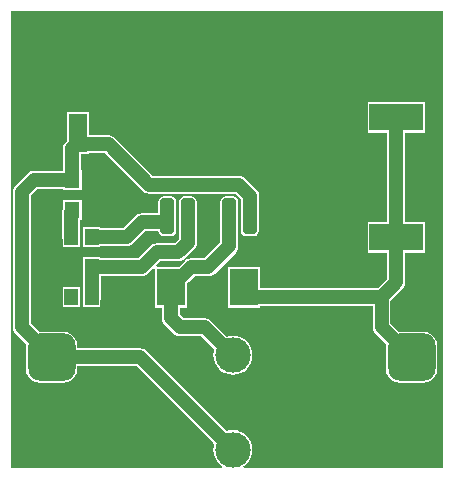
<source format=gtl>
G04*
G04 #@! TF.GenerationSoftware,Altium Limited,Altium Designer,20.0.13 (296)*
G04*
G04 Layer_Physical_Order=1*
G04 Layer_Color=255*
%FSLAX25Y25*%
%MOIN*%
G70*
G01*
G75*
%ADD13R,0.17913X0.09055*%
%ADD14R,0.06299X0.12598*%
%ADD15R,0.32992X0.41968*%
G04:AMPARAMS|DCode=16|XSize=47.24mil|YSize=120.08mil|CornerRadius=11.81mil|HoleSize=0mil|Usage=FLASHONLY|Rotation=0.000|XOffset=0mil|YOffset=0mil|HoleType=Round|Shape=RoundedRectangle|*
%AMROUNDEDRECTD16*
21,1,0.04724,0.09646,0,0,0.0*
21,1,0.02362,0.12008,0,0,0.0*
1,1,0.02362,0.01181,-0.04823*
1,1,0.02362,-0.01181,-0.04823*
1,1,0.02362,-0.01181,0.04823*
1,1,0.02362,0.01181,0.04823*
%
%ADD16ROUNDEDRECTD16*%
%ADD17R,0.09646X0.12402*%
%ADD18R,0.05118X0.05512*%
%ADD19R,0.04528X0.05315*%
%ADD29C,0.04724*%
G04:AMPARAMS|DCode=30|XSize=157.48mil|YSize=157.48mil|CornerRadius=39.37mil|HoleSize=0mil|Usage=FLASHONLY|Rotation=0.000|XOffset=0mil|YOffset=0mil|HoleType=Round|Shape=RoundedRectangle|*
%AMROUNDEDRECTD30*
21,1,0.15748,0.07874,0,0,0.0*
21,1,0.07874,0.15748,0,0,0.0*
1,1,0.07874,0.03937,-0.03937*
1,1,0.07874,-0.03937,-0.03937*
1,1,0.07874,-0.03937,0.03937*
1,1,0.07874,0.03937,0.03937*
%
%ADD30ROUNDEDRECTD30*%
%ADD31C,0.11811*%
G36*
X511000Y197411D02*
X444635D01*
X444513Y197897D01*
X444596Y197941D01*
X445587Y198754D01*
X446399Y199744D01*
X447003Y200874D01*
X447375Y202100D01*
X447501Y203375D01*
X447375Y204650D01*
X447003Y205876D01*
X446399Y207006D01*
X445587Y207996D01*
X444596Y208809D01*
X443467Y209413D01*
X442240Y209785D01*
X440966Y209910D01*
X439690Y209785D01*
X438991Y209572D01*
X412247Y236317D01*
X411628Y236791D01*
X410908Y237089D01*
X410135Y237191D01*
X389041D01*
Y238142D01*
X388885Y239326D01*
X388428Y240429D01*
X387701Y241377D01*
X386754Y242104D01*
X385650Y242561D01*
X384466Y242717D01*
X376592D01*
X376282Y242676D01*
X373516Y245442D01*
Y287968D01*
X375808Y290261D01*
X384220D01*
Y289893D01*
X390535D01*
Y296601D01*
X390364D01*
Y302019D01*
X393109D01*
Y302151D01*
X398360D01*
X410953Y289558D01*
X411571Y289084D01*
X412292Y288785D01*
X413064Y288684D01*
X441827D01*
X443668Y286843D01*
Y286062D01*
X443659Y286015D01*
Y276369D01*
X443797Y275675D01*
X444190Y275086D01*
X444779Y274693D01*
X445473Y274555D01*
X447835D01*
X448529Y274693D01*
X449118Y275086D01*
X449511Y275675D01*
X449650Y276369D01*
Y286015D01*
X449640Y286062D01*
Y288080D01*
X449539Y288853D01*
X449240Y289573D01*
X448766Y290192D01*
X445176Y293781D01*
X444558Y294256D01*
X443837Y294554D01*
X443064Y294656D01*
X414301D01*
X401709Y307248D01*
X401090Y307723D01*
X400370Y308021D01*
X399597Y308123D01*
X393109D01*
Y315815D01*
X385613D01*
Y306242D01*
X385266Y305896D01*
X384792Y305277D01*
X384493Y304557D01*
X384392Y303784D01*
Y296601D01*
X384220D01*
Y296233D01*
X374571D01*
X373798Y296131D01*
X373078Y295833D01*
X372460Y295359D01*
X368418Y291317D01*
X367943Y290698D01*
X367645Y289978D01*
X367543Y289205D01*
Y244205D01*
X367645Y243432D01*
X367943Y242712D01*
X368418Y242093D01*
X372059Y238453D01*
X372018Y238142D01*
Y230268D01*
X372174Y229084D01*
X372631Y227981D01*
X373358Y227033D01*
X374305Y226306D01*
X375408Y225849D01*
X376592Y225693D01*
X384466D01*
X385650Y225849D01*
X386754Y226306D01*
X387701Y227033D01*
X388428Y227981D01*
X388885Y229084D01*
X389041Y230268D01*
Y231219D01*
X408898D01*
X434768Y205349D01*
X434556Y204650D01*
X434430Y203375D01*
X434556Y202100D01*
X434928Y200874D01*
X435532Y199744D01*
X436344Y198754D01*
X437335Y197941D01*
X437418Y197897D01*
X437296Y197411D01*
X366953D01*
X366953Y349583D01*
X511000D01*
X511000Y197411D01*
D02*
G37*
%LPC*%
G36*
X420276Y287829D02*
X417914D01*
X417220Y287691D01*
X416631Y287298D01*
X416238Y286709D01*
X416100Y286015D01*
Y282191D01*
X410529D01*
X409756Y282089D01*
X409036Y281791D01*
X408418Y281317D01*
X404292Y277191D01*
X396836D01*
Y277461D01*
X391112D01*
Y275032D01*
X391090Y274978D01*
X390988Y274205D01*
X391090Y273432D01*
X391112Y273378D01*
Y270949D01*
X396836D01*
Y271219D01*
X405529D01*
X406302Y271321D01*
X407022Y271619D01*
X407641Y272094D01*
X411766Y276219D01*
X416129D01*
X416238Y275675D01*
X416631Y275086D01*
X417220Y274693D01*
X417914Y274555D01*
X420276D01*
X420970Y274693D01*
X421559Y275086D01*
X421952Y275675D01*
X422091Y276369D01*
Y286015D01*
X421952Y286709D01*
X421559Y287298D01*
X420970Y287691D01*
X420276Y287829D01*
D02*
G37*
G36*
X390535Y286601D02*
X384220D01*
Y283579D01*
X384200Y283530D01*
X384098Y282757D01*
Y274205D01*
X384200Y273432D01*
X384222Y273378D01*
Y270949D01*
X389947D01*
Y273378D01*
X389969Y273432D01*
X390071Y274205D01*
Y279893D01*
X390535D01*
Y286601D01*
D02*
G37*
G36*
X440945Y287829D02*
X438583D01*
X437889Y287691D01*
X437300Y287298D01*
X436907Y286709D01*
X436769Y286015D01*
Y276369D01*
X436778Y276323D01*
Y272444D01*
X431525Y267191D01*
X426985D01*
X426212Y267089D01*
X425491Y266791D01*
X424873Y266317D01*
X422878Y264322D01*
X422737D01*
X422737Y264322D01*
X422543Y264296D01*
X415551D01*
X415344Y264796D01*
X416766Y266219D01*
X422762D01*
X423535Y266321D01*
X424255Y266619D01*
X424873Y267093D01*
X428096Y270317D01*
X428571Y270935D01*
X428869Y271655D01*
X428971Y272428D01*
Y276323D01*
X428980Y276369D01*
Y286015D01*
X428842Y286709D01*
X428449Y287298D01*
X427860Y287691D01*
X427166Y287829D01*
X424804D01*
X424109Y287691D01*
X423521Y287298D01*
X423128Y286709D01*
X422989Y286015D01*
Y276369D01*
X422999Y276323D01*
Y273665D01*
X421525Y272191D01*
X415529D01*
X414756Y272089D01*
X414036Y271791D01*
X413418Y271317D01*
X409292Y267191D01*
X396836D01*
Y267461D01*
X391112D01*
Y265032D01*
X391090Y264978D01*
X390988Y264205D01*
X390988Y264205D01*
Y254205D01*
X391090Y253432D01*
X391112Y253378D01*
Y250949D01*
X396836D01*
Y253379D01*
X396859Y253432D01*
X396870Y253517D01*
X396957Y253727D01*
X397059Y254500D01*
X396960Y255248D01*
Y261219D01*
X410529D01*
X411302Y261320D01*
X412022Y261619D01*
X412641Y262093D01*
X414355Y263808D01*
X414855Y263601D01*
Y250698D01*
X417290D01*
Y247228D01*
X417392Y246455D01*
X417691Y245735D01*
X418165Y245116D01*
X421188Y242093D01*
X421188Y242093D01*
X421806Y241619D01*
X422526Y241321D01*
X423299Y241219D01*
X423299Y241219D01*
X430394D01*
X434768Y236845D01*
X434556Y236146D01*
X434430Y234871D01*
X434556Y233596D01*
X434928Y232370D01*
X435532Y231240D01*
X436344Y230249D01*
X437335Y229437D01*
X438464Y228833D01*
X439690Y228461D01*
X440966Y228335D01*
X442240Y228461D01*
X443467Y228833D01*
X444596Y229437D01*
X445587Y230249D01*
X446399Y231240D01*
X447003Y232370D01*
X447375Y233596D01*
X447501Y234871D01*
X447375Y236146D01*
X447003Y237372D01*
X446399Y238502D01*
X445587Y239492D01*
X444596Y240305D01*
X443467Y240909D01*
X442240Y241281D01*
X440966Y241406D01*
X439690Y241281D01*
X438991Y241068D01*
X433743Y246317D01*
X433124Y246791D01*
X432404Y247089D01*
X431631Y247191D01*
X424536D01*
X423263Y248464D01*
Y250698D01*
X425698D01*
Y258818D01*
X426227Y259224D01*
X428221Y261219D01*
X432762D01*
X433535Y261321D01*
X434255Y261619D01*
X434873Y262093D01*
X441876Y269096D01*
X442350Y269714D01*
X442649Y270435D01*
X442751Y271207D01*
Y276323D01*
X442760Y276369D01*
Y286015D01*
X442622Y286709D01*
X442228Y287298D01*
X441640Y287691D01*
X440945Y287829D01*
D02*
G37*
G36*
X505045Y319331D02*
X485935D01*
Y309079D01*
X492504D01*
Y279331D01*
X485935D01*
Y269079D01*
X492504D01*
Y260403D01*
X489292Y257191D01*
X450107D01*
Y264296D01*
X439265D01*
Y250698D01*
X450107D01*
Y251219D01*
X487543D01*
Y244205D01*
X487645Y243432D01*
X487943Y242712D01*
X488418Y242093D01*
X492059Y238453D01*
X492018Y238142D01*
Y230268D01*
X492174Y229084D01*
X492631Y227981D01*
X493358Y227033D01*
X494305Y226306D01*
X495408Y225849D01*
X496592Y225693D01*
X504466D01*
X505650Y225849D01*
X506754Y226306D01*
X507701Y227033D01*
X508428Y227981D01*
X508885Y229084D01*
X509041Y230268D01*
Y238142D01*
X508885Y239326D01*
X508428Y240429D01*
X507701Y241377D01*
X506754Y242104D01*
X505650Y242561D01*
X504466Y242717D01*
X496592D01*
X496282Y242676D01*
X493515Y245442D01*
Y252968D01*
X497602Y257054D01*
X498076Y257673D01*
X498374Y258393D01*
X498476Y259166D01*
Y269079D01*
X505045D01*
Y279331D01*
X498476D01*
Y309079D01*
X505045D01*
Y319331D01*
D02*
G37*
G36*
X389947Y257461D02*
X384222D01*
Y250949D01*
X389947D01*
Y257461D01*
D02*
G37*
%LPD*%
D13*
X495490Y274205D02*
D03*
X465569D02*
D03*
X495490Y314205D02*
D03*
X465569D02*
D03*
D14*
X389361Y308917D02*
D03*
Y328602D02*
D03*
D15*
X432874Y317806D02*
D03*
D16*
X419095Y281192D02*
D03*
X425985D02*
D03*
X432874D02*
D03*
X439764D02*
D03*
X446654D02*
D03*
D17*
X420277Y257497D02*
D03*
X444686D02*
D03*
D18*
X387378Y283247D02*
D03*
X393677D02*
D03*
X387378Y293247D02*
D03*
X393677D02*
D03*
D19*
X393974Y264205D02*
D03*
X387084D02*
D03*
X387084Y254205D02*
D03*
X393974D02*
D03*
X393974Y274205D02*
D03*
X387085D02*
D03*
D29*
X426985Y264205D02*
X432762D01*
X439764Y271207D02*
Y281192D01*
X432762Y264205D02*
X439764Y271207D01*
X420277Y257497D02*
Y258875D01*
X422737Y261336D01*
X424115D01*
X426985Y264205D01*
X393974Y254402D02*
X394073Y254500D01*
X422762Y269205D02*
X425985Y272428D01*
Y281192D01*
X415529Y269205D02*
X422762D01*
X393974Y254205D02*
Y254402D01*
X431631Y244205D02*
X440966Y234871D01*
X420277Y247228D02*
X423299Y244205D01*
X420277Y247228D02*
Y257497D01*
X423299Y244205D02*
X431631D01*
X380529Y234205D02*
X410135D01*
X440966Y203375D01*
X446654Y281192D02*
Y288080D01*
X413064Y291670D02*
X443064D01*
X446654Y288080D01*
X399597Y305137D02*
X413064Y291670D01*
X389361Y305767D02*
Y305924D01*
Y308917D01*
Y305924D02*
X390148Y305137D01*
X399597D01*
X393974Y254205D02*
X393974Y254205D01*
X393974Y254205D02*
Y264205D01*
X393974Y264205D02*
X393974Y264205D01*
X393974Y264205D02*
X410529D01*
X415529Y269205D01*
X410529Y279205D02*
X419095D01*
Y281192D01*
X393974Y274205D02*
X405529D01*
X410529Y279205D01*
X387085Y274205D02*
Y282757D01*
X387378Y283050D01*
Y283247D01*
Y293247D02*
Y303784D01*
X389361Y305767D01*
X374571Y293247D02*
X387378D01*
X370529Y289205D02*
X374571Y293247D01*
X370529Y244205D02*
Y289205D01*
Y244205D02*
X380529Y234205D01*
X444686Y256666D02*
X447147Y254205D01*
X444686Y256666D02*
Y257497D01*
X447147Y254205D02*
X490529D01*
X500529Y234205D02*
Y234205D01*
X490529Y244205D02*
X500529Y234205D01*
X490529Y244205D02*
Y254205D01*
X495490Y259166D02*
Y274205D01*
X490529Y254205D02*
X495490Y259166D01*
Y274205D02*
Y314205D01*
D30*
X500529Y234205D02*
D03*
X499869Y206995D02*
D03*
X380529Y234205D02*
D03*
X380158Y206991D02*
D03*
D31*
X440966Y234871D02*
D03*
Y203375D02*
D03*
M02*

</source>
